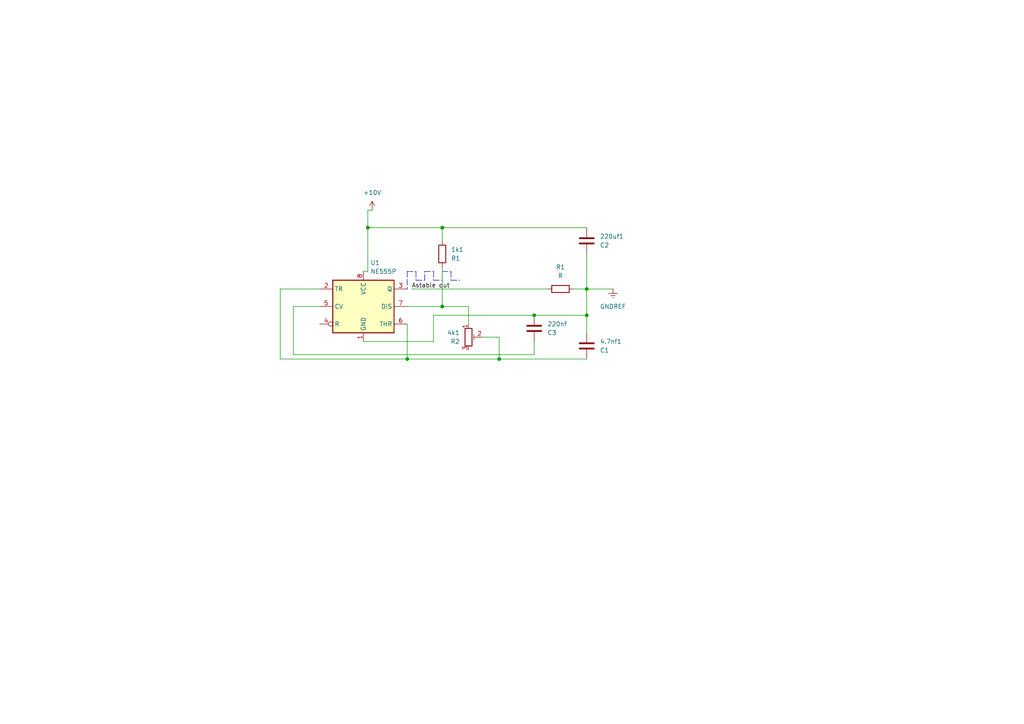
<source format=kicad_sch>
(kicad_sch (version 20211123) (generator eeschema)
  (paper "A4")
  (lib_symbols
    (symbol "Device:C" (pin_numbers hide) (pin_names (offset 0.254))
      (property "Reference" "C" (at 0.635 2.54 0))
      (property "Value" "C" (at 0.635 -2.54 0))
      (symbol "C_0_1"
        (polyline (pts (xy -2.032 -0.762) (xy 2.032 -0.762)) (stroke (width 0.508)))
        (polyline (pts (xy -2.032 0.762) (xy 2.032 0.762)) (stroke (width 0.508)))
      )
      (symbol "C_1_1"
        (pin passive line (at 0 3.81 270) (length 2.794) (name "~") (number "1"))
        (pin passive line (at 0 -3.81 90) (length 2.794) (name "~") (number "2"))
      )
    )
    (symbol "Device:R" (pin_numbers hide) (pin_names (offset 0))
      (property "Reference" "R" (at 2.032 0 90))
      (property "Value" "R" (at 0 0 90))
      (symbol "R_0_1"
        (rectangle (start -1.016 -2.54) (end 1.016 2.54) (stroke (width 0.254)))
      )
      (symbol "R_1_1"
        (pin passive line (at 0 3.81 270) (length 1.27) (name "~") (number "1"))
        (pin passive line (at 0 -3.81 90) (length 1.27) (name "~") (number "2"))
      )
    )
    (symbol "Device:R_Potentiometer_Trim" (pin_names (offset 1.016) hide)
      (property "Reference" "RV" (at -4.445 0 90))
      (property "Value" "R_Potentiometer_Trim" (at -2.54 0 90))
      (symbol "R_Potentiometer_Trim_0_1"
        (polyline (pts (xy 1.524 0.762) (xy 1.524 -0.762)))
        (polyline (pts (xy 2.54 0) (xy 1.524 0)))
        (rectangle (start 1.016 2.54) (end -1.016 -2.54) (stroke (width 0.254)))
      )
      (symbol "R_Potentiometer_Trim_1_1"
        (pin passive line (at 0 3.81 270) (length 1.27) (name "1") (number "1"))
        (pin passive line (at 3.81 0 180) (length 1.27) (name "2") (number "2"))
        (pin passive line (at 0 -3.81 90) (length 1.27) (name "3") (number "3"))
      )
    )
    (symbol "Timer:NE555P"
      (property "Reference" "U" (at -10.16 8.89 0))
      (property "Value" "NE555P" (at 2.54 8.89 0))
      (symbol "NE555P_0_0"
        (pin power_in line (at 0 -10.16 90) (length 2.54) (name "GND") (number "1"))
        (pin power_in line (at 0 10.16 270) (length 2.54) (name "VCC") (number "8"))
      )
      (symbol "NE555P_0_1"
        (rectangle (start -8.89 -7.62) (end 8.89 7.62) (stroke (width 0.254)) (fill (type background)))
        (rectangle (start -8.89 -7.62) (end 8.89 7.62) (stroke (width 0.254)) (fill (type background)))
      )
      (symbol "NE555P_1_1"
        (pin input line (at -12.7 5.08 0) (length 3.81) (name "TR") (number "2"))
        (pin output line (at 12.7 5.08 180) (length 3.81) (name "Q") (number "3"))
        (pin input inverted (at -12.7 -5.08 0) (length 3.81) (name "R") (number "4"))
        (pin input line (at -12.7 0 0) (length 3.81) (name "CV") (number "5"))
        (pin input line (at 12.7 -5.08 180) (length 3.81) (name "THR") (number "6"))
        (pin input line (at 12.7 0 180) (length 3.81) (name "DIS") (number "7"))
      )
    )
    (symbol "power:+10V" (power) (pin_names (offset 0))
      (property "Value" "+10V" (at 0 3.556 0))
      (symbol "+10V_0_1"
        (polyline (pts (xy -0.762 1.27) (xy 0 2.54)))
        (polyline (pts (xy 0 0) (xy 0 2.54)))
        (polyline (pts (xy 0 2.54) (xy 0.762 1.27)))
      )
      (symbol "+10V_1_1"
        (pin power_in line (at 0 0 90) (length 0) hide (name "+10V") (number "1"))
      )
    )
    (symbol "power:GNDREF" (power) (pin_names (offset 0))
      (property "Value" "GNDREF" (at 0 -3.81 0))
      (symbol "GNDREF_0_1"
        (polyline (pts (xy -0.635 -1.905) (xy 0.635 -1.905)))
        (polyline (pts (xy -0.127 -2.54) (xy 0.127 -2.54)))
        (polyline (pts (xy 0 -1.27) (xy 0 0)))
        (polyline (pts (xy 1.27 -1.27) (xy -1.27 -1.27)))
      )
      (symbol "GNDREF_1_1"
        (pin power_in line (at 0 0 270) (length 0) hide (name "GNDREF") (number "1"))
      )
    )
  )
  (junction (at 170.18 91.44))
  (junction (at 128.27 88.9))
  (junction (at 118.11 104.14))
  (junction (at 170.18 83.82))
  (junction (at 144.78 104.14))
  (junction (at 128.27 66.04))
  (junction (at 154.94 91.44))
  (junction (at 106.68 66.04))
  (wire (pts (xy 128.27 77.47) (xy 128.27 88.9)))
  (polyline (pts (xy 128.27 78.74) (xy 130.81 78.74)))
  (wire (pts (xy 92.71 88.9) (xy 85.09 88.9)))
  (wire (pts (xy 81.28 83.82) (xy 92.71 83.82)))
  (wire (pts (xy 85.09 102.87) (xy 154.94 102.87)))
  (wire (pts (xy 81.28 104.14) (xy 118.11 104.14)))
  (polyline (pts (xy 130.81 81.28) (xy 133.35 81.28)))
  (wire (pts (xy 135.89 93.98) (xy 135.89 88.9)))
  (wire (pts (xy 128.27 66.04) (xy 128.27 69.85)))
  (wire (pts (xy 118.11 93.98) (xy 118.11 104.14)))
  (wire (pts (xy 106.68 66.04) (xy 106.68 60.96)))
  (wire (pts (xy 144.78 104.14) (xy 170.18 104.14)))
  (polyline (pts (xy 128.27 81.28) (xy 128.27 78.74)))
  (polyline (pts (xy 120.65 78.74) (xy 120.65 81.28)))
  (wire (pts (xy 166.37 83.82) (xy 170.18 83.82)))
  (wire (pts (xy 170.18 73.66) (xy 170.18 83.82)))
  (polyline (pts (xy 130.81 78.74) (xy 130.81 81.28)))
  (wire (pts (xy 105.41 99.06) (xy 125.73 99.06)))
  (polyline (pts (xy 118.11 78.74) (xy 118.11 83.82)))
  (wire (pts (xy 170.18 83.82) (xy 170.18 91.44)))
  (wire (pts (xy 119.38 83.82) (xy 158.75 83.82)))
  (polyline (pts (xy 125.73 78.74) (xy 125.73 81.28)))
  (wire (pts (xy 118.11 88.9) (xy 128.27 88.9)))
  (wire (pts (xy 105.41 78.74) (xy 106.68 78.74)))
  (wire (pts (xy 154.94 91.44) (xy 170.18 91.44)))
  (wire (pts (xy 135.89 88.9) (xy 128.27 88.9)))
  (wire (pts (xy 139.7 97.79) (xy 144.78 97.79)))
  (wire (pts (xy 128.27 66.04) (xy 170.18 66.04)))
  (wire (pts (xy 125.73 99.06) (xy 125.73 91.44)))
  (wire (pts (xy 125.73 91.44) (xy 154.94 91.44)))
  (polyline (pts (xy 120.65 81.28) (xy 123.19 81.28)))
  (wire (pts (xy 170.18 83.82) (xy 177.8 83.82)))
  (wire (pts (xy 154.94 99.06) (xy 154.94 102.87)))
  (wire (pts (xy 81.28 83.82) (xy 81.28 104.14)))
  (polyline (pts (xy 118.11 78.74) (xy 120.65 78.74)))
  (wire (pts (xy 144.78 97.79) (xy 144.78 104.14)))
  (wire (pts (xy 170.18 91.44) (xy 170.18 96.52)))
  (wire (pts (xy 85.09 88.9) (xy 85.09 102.87)))
  (wire (pts (xy 106.68 66.04) (xy 128.27 66.04)))
  (wire (pts (xy 106.68 78.74) (xy 106.68 66.04)))
  (polyline (pts (xy 125.73 81.28) (xy 128.27 81.28)))
  (polyline (pts (xy 123.19 81.28) (xy 123.19 78.74)))
  (wire (pts (xy 118.11 104.14) (xy 144.78 104.14)))
  (polyline (pts (xy 123.19 78.74) (xy 125.73 78.74)))
  (wire (pts (xy 106.68 60.96) (xy 107.95 60.96)))
  (label "Astable out" (at 119.38 83.82 0))
  (symbol (lib_id "Timer:NE555P") (at 105.41 88.9 0) (unit 1)
    (property "Reference" "U1" (at 107.4294 76.2 0) (effects (justify left)))
    (property "Value" "NE555P" (at 107.4294 78.74 0) (effects (justify left)))
    (property "Footprint" "Package_DIP:DIP-8_W7.62mm" (effects hide))
    (property "Datasheet" "http://www.ti.com/lit/ds/symlink/ne555.pdf" (effects hide))
  )
  (symbol (lib_id "Device:C") (at 170.18 100.33 0) (unit 1)
    (property "Reference" "4.7nf1" (at 173.99 99.0599 0) (effects (justify left)))
    (property "Value" "C1" (at 173.99 101.5999 0) (effects (justify left)))
  )
  (symbol (lib_id "power:+10V") (at 107.95 60.96 0) (unit 1)
    (property "Reference" "#PWR0102" (effects hide))
    (property "Value" "+10V" (at 107.95 55.88 0))
  )
  (symbol (lib_id "power:GNDREF") (at 177.8 83.82 0) (unit 1)
    (property "Reference" "#PWR0101" (effects hide))
    (property "Value" "GNDREF" (at 177.8 88.9 0))
  )
  (symbol (lib_id "Device:R") (at 162.56 83.82 270) (unit 1)
    (property "Reference" "R1" (at 162.56 77.47 90))
    (property "Value" "R" (at 162.56 80.01 90))
  )
  (symbol (lib_id "Device:C") (at 170.18 69.85 0) (unit 1)
    (property "Reference" "220uf1" (at 173.99 68.5799 0) (effects (justify left)))
    (property "Value" "C2" (at 173.99 71.1199 0) (effects (justify left)))
  )
  (symbol (lib_id "Device:C") (at 154.94 95.25 0) (unit 1)
    (property "Reference" "220nf" (at 158.75 93.9799 0) (effects (justify left)))
    (property "Value" "C3" (at 158.75 96.5199 0) (effects (justify left)))
  )
  (symbol (lib_id "Device:R") (at 128.27 73.66 0) (unit 1)
    (property "Reference" "1k1" (at 130.81 72.3899 0) (effects (justify left)))
    (property "Value" "R1" (at 130.81 74.9299 0) (effects (justify left)))
  )
  (symbol (lib_id "Device:R_Potentiometer_Trim") (at 135.89 97.79 0) (unit 1)
    (property "Reference" "4k1" (at 133.35 96.5199 0) (effects (justify right)))
    (property "Value" "R2" (at 133.35 99.0599 0) (effects (justify right)))
  )
)
</source>
